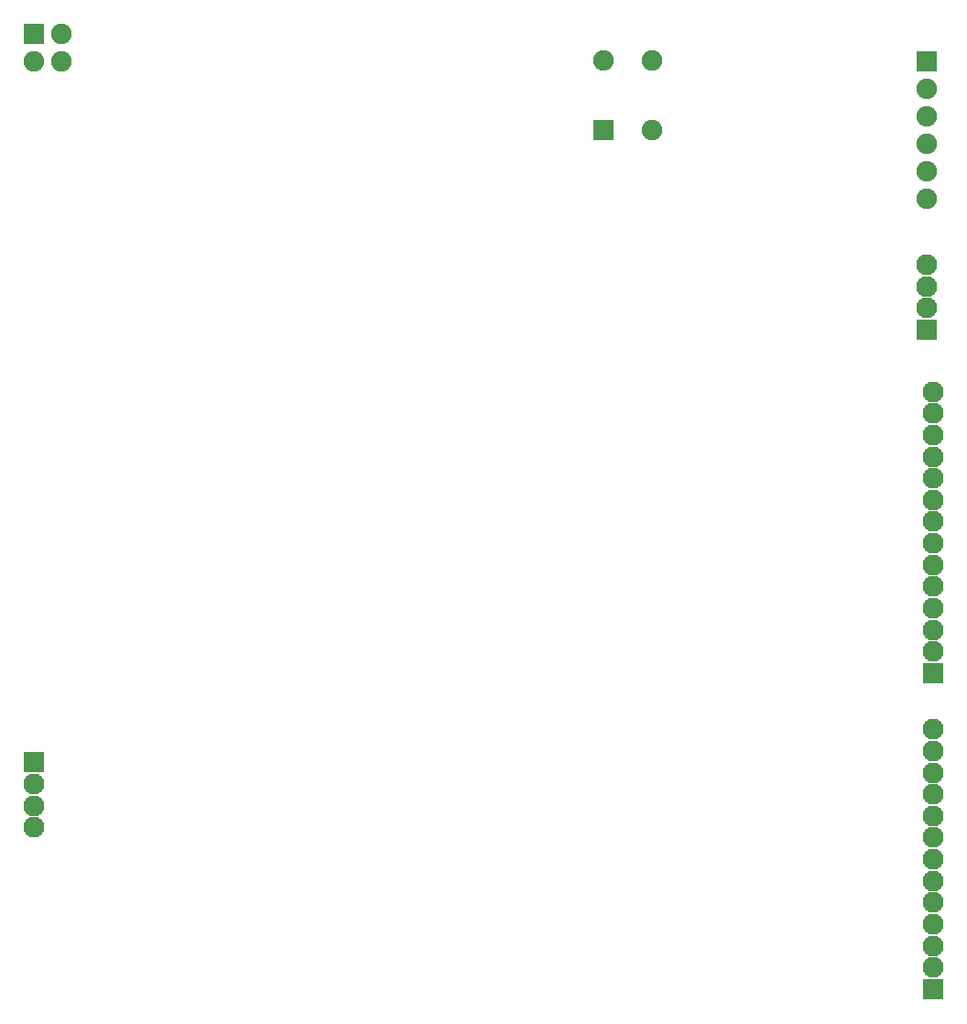
<source format=gbs>
G04 DipTrace 3.0.0.2*
G04 Grupp7layout.GBS*
%MOMM*%
G04 #@! TF.FileFunction,Soldermask,Bot*
G04 #@! TF.Part,Single*
%ADD51C,1.95*%
%ADD53R,1.95X1.95*%
%ADD55C,1.9*%
%ADD57R,1.9X1.9*%
%FSLAX35Y35*%
G04*
G71*
G90*
G75*
G01*
G04 BotMask*
%LPD*%
D57*
X9080500Y9144000D3*
D55*
Y8890000D3*
Y8636000D3*
Y8382000D3*
Y8128000D3*
Y7874000D3*
D57*
X825500Y9398000D3*
D55*
Y9144000D3*
X1079500D3*
Y9398000D3*
D53*
X9144000Y3492500D3*
D51*
Y3692500D3*
Y3892500D3*
Y4092500D3*
Y4292500D3*
Y4492500D3*
Y4692500D3*
Y4892500D3*
Y5092500D3*
Y5292500D3*
Y5492500D3*
Y5692500D3*
Y5892500D3*
Y6092500D3*
D53*
Y571500D3*
D51*
Y771500D3*
Y971500D3*
Y1171500D3*
Y1371500D3*
Y1571500D3*
Y1771500D3*
Y1971500D3*
Y2171500D3*
Y2371500D3*
Y2571500D3*
Y2771500D3*
Y2971500D3*
D53*
X9080500Y6667500D3*
D51*
Y6867500D3*
Y7067500D3*
Y7267500D3*
D53*
X825500Y2667000D3*
D51*
Y2467000D3*
Y2267000D3*
Y2067000D3*
D57*
X6096000Y8509000D3*
D55*
X6546000D3*
Y9159000D3*
X6096000D3*
M02*

</source>
